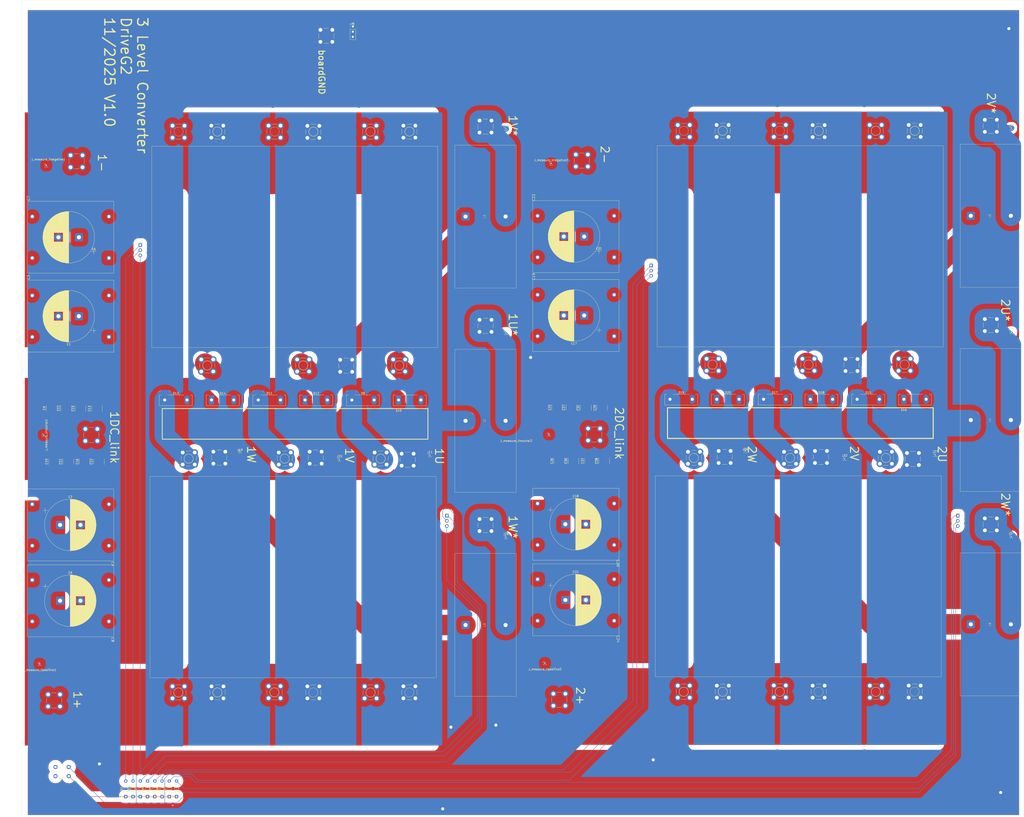
<source format=kicad_pcb>
(kicad_pcb (version 20241229) (generator "pcbnew") (generator_version "9.0")
  (layers (0 "F.Cu" signal) (2 "B.Cu" signal) (13 "F.Paste" user) (15 "B.Paste" user) (5 "F.SilkS" user "F.Silkscreen") (7 "B.SilkS" user "B.Silkscreen") (1 "F.Mask" user) (3 "B.Mask" user) (25 "Edge.Cuts" user))
  (net 0 "")
  (net 1 "Net-(D1-A)")
  (net 2 "/3L/Vn")
  (net 3 "Net-(J1-Pin_3)")
  (net 4 "/3L/Vneutral")
  (net 5 "/3L/Vp")
  (net 6 "Net-(D3-A)")
  (net 7 "Net-(D1-K)")
  (net 8 "Net-(D2-A)")
  (net 9 "Net-(D5-A)")
  (net 10 "Net-(D4-A)")
  (net 11 "Net-(D7-A)")
  (net 12 "Net-(D6-A)")
  (net 13 "Net-(D13-K)")
  (net 14 "Net-(D8-A)")
  (net 15 "Net-(D9-K)")
  (net 16 "Net-(D10-A)")
  (net 17 "Net-(D11-K)")
  (net 18 "Net-(D12-A)")
  (net 19 "Net-(D14-A)")
  (net 20 "/GND")
  (net 21 "/3L/U")
  (net 22 "Net-(J12-Pin_1)")
  (net 23 "/3L/V")
  (net 24 "Net-(J16-Pin_1)")
  (net 25 "/3L/W")
  (net 26 "Net-(J20-Pin_1)")
  (net 27 "/3L1/Vneutral")
  (net 28 "/3L1/Vn")
  (net 29 "/3L1/Vp")
  (net 30 "Net-(D15-K)")
  (net 31 "Net-(D16-A)")
  (net 32 "Net-(D17-K)")
  (net 33 "Net-(D18-A)")
  (net 34 "Net-(D19-K)")
  (net 35 "Net-(D20-A)")
  (net 36 "/3L1/U")
  (net 37 "Net-(J28-Pin_1)")
  (net 38 "/3L1/V")
  (net 39 "Net-(J33-Pin_1)")
  (net 40 "/3L1/W")
  (net 41 "Net-(J37-Pin_1)")
  (footprint "Capacitor_THT:CP_Radial_D25.0mm_P10.00mm_SnapIn" (layer "F.Cu") (at 115.75 374.1)
    (property "Reference" "C6")
    (property "Value" "C_Polarized")
  )
  (footprint "Connector_PinHeader_2.54mm:PinHeader_1x03_P2.54mm_Vertical" (layer "F.Cu") (at 305 332.46)
    (property "Reference" "J2")
    (property "Value" "Connector_PinHeader_1.00mm:PinHeader_1x03_P1.00mm_Vertical")
  )
  (footprint "Capacitor_SMD:C_2220_5750Metric_Pad1.97x5.40mm_HandSolder" (layer "F.Cu") (at 134.75 306 90)
    (property "Reference" "C12")
    (property "Value" "C")
  )
  (footprint "Connector_PinHeader_1.00mm:PinHeader_1x01_P1.00mm_Vertical" (layer "F.Cu") (at 203.75 301)
    (property "Reference" "J19")
    (property "Value" "Conn_01x01_Pin")
  )
  (footprint "PowerComponentLibrary:Wuerth_REDCUBE-THR_WP-THRSH_74651175_THR" (layer "F.Cu") (at 377.065 292.713461)
    (property "Reference" "J24" (hide yes))
    (property "Value" "Conn_01x01_Pin" (hide yes))
  )
  (footprint "Package_TO_SOT_THT:TO-247-2_Vertical" (layer "F.Cu") (at 189.84 275.815)
    (property "Reference" "D14")
    (property "Value" "BYV79-100")
  )
  (footprint "PowerComponentLibrary:Wuerth_REDCUBE-THR_WP-THRSH_74651175_THR" (layer "F.Cu") (at 533.065 304.713461)
    (property "Reference" "J26" (hide yes))
    (property "Value" "Conn_01x01_Pin" (hide yes))
  )
  (footprint "Package_TO_SOT_THT:TO-247-2_Vertical" (layer "F.Cu") (at 166.95 275.815)
    (property "Reference" "D13")
    (property "Value" "BYV79-100")
  )
  (footprint "PowerComponentLibrary:Wuerth_REDCUBE-THR_WP-THRSH_74651175_THR" (layer "F.Cu") (at 571.185 336.713461)
    (property "Reference" "J38" (hide yes))
    (property "Value" "Conn_01x01_Pin" (hide yes))
  )
  (footprint "Connector_PinHeader_1.00mm:PinHeader_1x01_P1.00mm_Vertical" (layer "F.Cu") (at 356 160)
    (property "Reference" "J_measure_Vnegative2")
    (property "Value" "Conn_01x01_Pin")
  )
  (footprint "Package_TO_SOT_THT:TO-247-2_Vertical" (layer "F.Cu") (at 528.65 275.463461)
    (property "Reference" "D16")
    (property "Value" "BYV79-100")
  )
  (footprint "PowerComponentLibrary:Wuerth_REDCUBE-THR_WP-THRSH_74651175_THR" (layer "F.Cu") (at 255.75 259.065)
    (property "Reference" "J22" (hide yes))
    (property "Value" "Conn_01x01_Pin" (hide yes))
  )
  (footprint "Capacitor_THT:CP_Radial_D25.0mm_P10.00mm_SnapIn" (layer "F.Cu") (at 115.75 337)
    (property "Reference" "C2")
    (property "Value" "C_Polarized")
  )
  (footprint "PowerPCB:Inductor" (layer "F.Cu") (at 323.95 186 90)
    (property "Reference" "L2")
    (property "Value" "L")
  )
  (footprint "Capacitor_SMD:C_2220_5750Metric_Pad1.97x5.40mm_HandSolder" (layer "F.Cu") (at 111.6675 279.83 90)
    (property "Reference" "C9")
    (property "Value" "C")
  )
  (footprint "PowerComponentLibrary:C_Wurth_WCAP-FTDB-L42W35H50" (layer "F.Cu") (at 139.644629 206.3 180)
    (property "Reference" "C7")
    (property "Value" "C_Polarized" (hide yes))
  )
  (footprint "Connector_PinHeader_1.00mm:PinHeader_1x01_P1.00mm_Vertical" (layer "F.Cu") (at 451 300.648461)
    (property "Reference" "J36")
    (property "Value" "Conn_01x01_Pin")
  )
  (footprint "PowerComponentLibrary:Wuerth_REDCUBE-THR_WP-THRSH_74651175_THR" (layer "F.Cu") (at 285.815 305.065)
    (property "Reference" "J10" (hide yes))
    (property "Value" "Conn_01x01_Pin" (hide yes))
  )
  (footprint "Connector_PinHeader_1.00mm:PinHeader_1x01_P1.00mm_Vertical" (layer "F.Cu") (at 333.93 243)
    (property "Reference" "J12")
    (property "Value" "Conn_01x01_Pin")
  )
  (footprint "Connector_PinHeader_2.54mm:PinHeader_1x03_P2.54mm_Vertical" (layer "F.Cu") (at 555 332.46)
    (property "Reference" "J4")
    (property "Value" "Conn_01x03_Pin")
  )
  (footprint "Package_TO_SOT_THT:TO-247-2_Vertical" (layer "F.Cu") (at 258.51 275.815)
    (property "Reference" "D9")
    (property "Value" "BYV79-100")
  )
  (footprint "PowerPCB:DriveG2Screw" (layer "F.Cu") (at 493.5 402.418461 180)
    (property "Reference" "U4" (hide yes))
    (property "Value" "~" (hide yes))
  )
  (footprint "PowerPCB:Inductor" (layer "F.Cu") (at 323.95 286 90)
    (property "Reference" "L1")
    (property "Value" "L")
  )
  (footprint "Package_TO_SOT_THT:TO-247-2_Vertical" (layer "F.Cu") (at 437.09 275.463461)
    (property "Reference" "D20")
    (property "Value" "BYV79-100")
  )
  (footprint "Connector_PinHeader_2.54mm:PinHeader_1x03_P2.54mm_Vertical" (layer "F.Cu") (at 405 209.92)
    (property "Reference" "J3")
    (property "Value" "Conn_01x03_Pin")
  )
  (footprint "Connector_PinHeader_1.00mm:PinHeader_1x01_P1.00mm_Vertical" (layer "F.Cu") (at 581.18 242.648461)
    (property "Reference" "J28")
    (property "Value" "Conn_01x01_Pin")
  )
  (footprint "Connector_PinHeader_1.00mm:PinHeader_1x01_P1.00mm_Vertical" (layer "F.Cu") (at 296.75 303)
    (property "Reference" "J11")
    (property "Value" "Conn_01x01_Pin")
  )
  (footprint "Connector_PinHeader_1.00mm:PinHeader_1x01_P1.00mm_Vertical" (layer "F.Cu") (at 355 292.648461)
    (property "Reference" "J_measure_Vneutral2")
    (property "Value" "Conn_01x01_Pin")
  )
  (footprint "Capacitor_SMD:C_2220_5750Metric_Pad1.97x5.40mm_HandSolder" (layer "F.Cu") (at 381 279.648461 90)
    (property "Reference" "C29")
    (property "Value" "C")
  )
  (footprint "PowerComponentLibrary:C_Wurth_WCAP-FTDB-L42W35H50" (layer "F.Cu") (at 386.894629 244.598461 180)
    (property "Reference" "C19")
    (property "Value" "C_Polarized" (hide yes))
  )
  (footprint "Capacitor_SMD:C_2220_5750Metric_Pad1.97x5.40mm_HandSolder" (layer "F.Cu") (at 125.75 280 90)
    (property "Reference" "C15")
    (property "Value" "C")
  )
  (footprint "PowerComponentLibrary:Wuerth_REDCUBE-THR_WP-THRSH_74651175_THR" (layer "F.Cu") (at 323.935 141.935)
    (property "Reference" "J17" (hide yes))
    (property "Value" "Conn_01x01_Pin" (hide yes))
  )
  (footprint "Diode_THT:D_DO-35_SOD27_P7.62mm_Horizontal" (layer "F.Cu") (at 162.1 470 90)
    (property "Reference" "D5")
    (property "Value" "1N914")
  )
  (footprint "Connector_PinHeader_1.00mm:PinHeader_1x01_P1.00mm_Vertical" (layer "F.Cu") (at 581.18 342.648461)
    (property "Reference" "J37")
    (property "Value" "Conn_01x01_Pin")
  )
  (footprint "PowerComponentLibrary:Wuerth_REDCUBE-THR_WP-THRSH_74651175_THR" (layer "F.Cu") (at 131.065 292.935)
    (property "Reference" "J8" (hide yes))
    (property "Value" "Conn_01x01_Pin" (hide yes))
  )
  (footprint "Capacitor_SMD:C_2220_5750Metric_Pad1.97x5.40mm_HandSolder" (layer "F.Cu") (at 375 305.648461 90)
    (property "Reference" "C32")
    (property "Value" "C")
  )
  (footprint "Package_TO_SOT_THT:TO-247-2_Vertical" (layer "F.Cu") (at 505.76 275.463461)
    (property "Reference" "D15")
    (property "Value" "BYV79-100")
  )
  (footprint "Capacitor_SMD:C_2220_5750Metric_Pad1.97x5.40mm_HandSolder" (layer "F.Cu") (at 382 305.648461 90)
    (property "Reference" "C28")
    (property "Value" "C")
  )
  (footprint "PowerPCB:Inductor" (layer "F.Cu") (at 571.2 185.648461 90)
    (property "Reference" "L5")
    (property "Value" "L")
  )
  (footprint "Package_TO_SOT_THT:TO-247-2_Vertical" (layer "F.Cu") (at 414.2 275.463461)
    (property "Reference" "D19")
    (property "Value" "BYV79-100")
  )
  (footprint "Diode_THT:D_DO-35_SOD27_P7.62mm_Horizontal" (layer "F.Cu") (at 172.75 470 90)
    (property "Reference" "D8")
    (property "Value" "1N914")
  )
  (footprint "Capacitor_SMD:C_2220_5750Metric_Pad1.97x5.40mm_HandSolder" (layer "F.Cu") (at 367 305.648461 90)
    (property "Reference" "C30")
    (property "Value" "C")
  )
  (footprint "Diode_THT:D_DO-35_SOD27_P7.62mm_Horizontal" (layer "F.Cu") (at 169.2 470 90)
    (property "Reference" "D7")
    (property "Value" "1N914")
  )
  (footprint "PowerComponentLibrary:C_Wurth_WCAP-FTDB-L42W35H50" (layer "F.Cu") (at 349.394629 326.498461)
    (property "Reference" "C20")
    (property "Value" "C_Polarized" (hide yes))
  )
  (footprint "Diode_THT:D_DO-35_SOD27_P7.62mm_Horizontal" (layer "F.Cu") (at 155 470 90)
    (property "Reference" "D3")
    (property "Value" "1N914")
  )
  (footprint "Package_TO_SOT_THT:TO-247-2_Vertical" (layer "F.Cu") (at 281.4 275.815)
    (property "Reference" "D10")
    (property "Value" "BYV79-100")
  )
  (footprint "Connector_PinHeader_2.54mm:PinHeader_1x03_P2.54mm_Vertical" (layer "F.Cu") (at 259 92.92)
    (property "Reference" "J6")
    (property "Value" "Conn_01x03_Pin")
  )
  (footprint "PowerComponentLibrary:Wuerth_REDCUBE-THR_WP-THRSH_74651175_THR" (layer "F.Cu") (at 323.935 239.5)
    (property "Reference" "J13" (hide yes))
    (property "Value" "Conn_01x01_Pin" (hide yes))
  )
  (footprint "Capacitor_THT:CP_Radial_D25.0mm_P10.00mm_SnapIn" (layer "F.Cu") (at 372.210741 234.448461 180)
    (property "Reference" "C17")
    (property "Value" "C_Polarized")
  )
  (footprint "Package_TO_SOT_THT:TO-247-2_Vertical" (layer "F.Cu") (at 482.87 275.463461)
    (property "Reference" "D18")
    (property "Value" "BYV79-100")
  )
  (footprint "Capacitor_THT:CP_Radial_D25.0mm_P10.00mm_SnapIn" (layer "F.Cu") (at 363 336.648461)
    (property "Reference" "C18")
    (property "Value" "C_Polarized")
  )
  (footprint "PowerComponentLibrary:C_Wurth_WCAP-FTDB-L42W35H50" (layer "F.Cu") (at 349.394629 363.598461)
    (property "Reference" "C24")
    (property "Value" "C_Polarized" (hide yes))
  )
  (footprint "Connector_PinHeader_1.00mm:PinHeader_1x01_P1.00mm_Vertical" (layer "F.Cu") (at 333.93 343)
    (property "Reference" "J20")
    (property "Value" "Conn_01x01_Pin")
  )
  (footprint "PowerComponentLibrary:Wuerth_REDCUBE-THR_WP-THRSH_74651175_THR" (layer "F.Cu") (at 123.815 158.935)
    (property "Reference" "J7" (hide yes))
    (property "Value" "Conn_01x01_Pin" (hide yes))
  )
  (footprint "Capacitor_SMD:C_2220_5750Metric_Pad1.97x5.40mm_HandSolder" (layer "F.Cu") (at 133.75 280 90)
    (property "Reference" "C13")
    (property "Value" "C")
  )
  (footprint "PowerComponentLibrary:Wuerth_REDCUBE-THR_WP-THRSH_74651175_THR" (layer "F.Cu") (at 488.065 303.713461)
    (property "Reference" "J31" (hide yes))
    (property "Value" "Conn_01x01_Pin" (hide yes))
  )
  (footprint "Capacitor_SMD:C_2220_5750Metric_Pad1.97x5.40mm_HandSolder" (layer "F.Cu") (at 127.75 306 90)
    (property "Reference" "C16")
    (property "Value" "C")
  )
  (footprint "Package_TO_SOT_THT:TO-247-2_Vertical" (layer "F.Cu") (at 212.73 275.815)
    (property "Reference" "D11")
    (property "Value" "BYV79-100")
  )
  (footprint "Capacitor_SMD:C_2220_5750Metric_Pad1.97x5.40mm_HandSolder" (layer "F.Cu") (at 358.9175 279.478461 90)
    (property "Reference" "C25")
    (property "Value" "C")
  )
  (footprint "PowerComponentLibrary:Wuerth_REDCUBE-THR_WP-THRSH_74651175_THR" (layer "F.Cu") (at 240.815 304.065)
    (property "Reference" "J14" (hide yes))
    (property "Value" "Conn_01x01_Pin" (hide yes))
  )
  (footprint "Capacitor_SMD:C_2220_5750Metric_Pad1.97x5.40mm_HandSolder" (layer "F.Cu") (at 119.75 306 90)
    (property "Reference" "C14")
    (property "Value" "C")
  )
  (footprint "PowerComponentLibrary:C_Wurth_WCAP-FTDB-L42W35H50" (layer "F.Cu") (at 102.144629 326.85)
    (property "Reference" "C4")
    (property "Value" "C_Polarized" (hide yes))
  )
  (footprint "Capacitor_SMD:C_2220_5750Metric_Pad1.97x5.40mm_HandSolder" (layer "F.Cu") (at 118.75 279.83 90)
    (property "Reference" "C11")
    (property "Value" "C")
  )
  (footprint "Diode_THT:D_DO-35_SOD27_P7.62mm_Horizontal" (layer "F.Cu") (at 158.55 470 90)
    (property "Reference" "D4")
    (property "Value" "1N914")
  )
  (footprint "Connector_PinHeader_1.00mm:PinHeader_1x01_P1.00mm_Vertical" (layer "F.Cu") (at 109 161)
    (property "Reference" "J_measure_Vnegative1")
    (property "Value" "Conn_01x01_Pin")
  )
  (footprint "PowerComponentLibrary:C_Wurth_WCAP-FTDB-L42W35H50" (layer "F.Cu") (at 386.894629 205.948461 180)
    (property "Reference" "C23")
    (property "Value" "C_Polarized" (hide yes))
  )
  (footprint "Connector_PinHeader_1.00mm:PinHeader_1x01_P1.00mm_Vertical" (layer "F.Cu") (at 107.75 293)
    (property "Reference" "J_measure_Vneutral1")
    (property "Value" "Conn_01x01_Pin")
  )
  (footprint "PowerComponentLibrary:C_Wurth_WCAP-FTDB-L42W35H50" (layer "F.Cu") (at 102.144629 363.95)
    (property "Reference" "C8")
    (property "Value" "C_Polarized" (hide yes))
  )
  (footprint "Diode_THT:D_DO-35_SOD27_P7.62mm_Horizontal" (layer "F.Cu") (at 151.45 470 90)
    (property "Reference" "D2")
    (property "Value" "1N914")
  )
  (footprint "Package_TO_SOT_THT:TO-247-2_Vertical" (layer "F.Cu") (at 459.98 275.463461)
    (property "Reference" "D17")
    (property "Value" "BYV79-100")
  )
  (footprint "Capacitor_THT:CP_Radial_D25.0mm_P10.00mm_SnapIn" (layer "F.Cu") (at 363 373.748461)
    (property "Reference" "C22")
    (property "Value" "C_Polarized")
  )
  (footprint "PowerComponentLibrary:Wuerth_REDCUBE-THR_WP-THRSH_74651175_THR" (layer "F.Cu") (at 246.065 97.525)
    (property "Reference" "J5" (hide yes))
    (property "Value" "Conn_01x01_Pin" (hide yes))
  )
  (footprint "Capacitor_SMD:C_2220_5750Metric_Pad1.97x5.40mm_HandSolder" (layer "F.Cu") (at 366 279.478461 90)
    (property "Reference" "C27")
    (property "Value" "C")
  )
  (footprint "Capacitor_SMD:C_2220_5750Metric_Pad1.97x5.40mm_HandSolder" (layer "F.Cu") (at 112.75 306 90)
    (property "Reference" "C10")
    (property "Value" "C")
  )
  (footprint "PowerComponentLibrary:Wuerth_REDCUBE-THR_WP-THRSH_74651175_THR" (layer "F.Cu") (at 371.065 158.583461)
    (property "Reference" "J23" (hide yes))
    (property "Value" "Conn_01x01_Pin" (hide yes))
  )
  (footprint "PowerComponentLibrary:Wuerth_REDCUBE-THR_WP-THRSH_74651175_THR" (layer "F.Cu") (at 503 258.713461)
    (property "Reference" "J30" (hide yes))
    (property "Value" "Conn_01x01_Pin" (hide yes))
  )
  (footprint "Capacitor_THT:CP_Radial_D25.0mm_P10.00mm_SnapIn" (layer "F.Cu") (at 372.210741 195.798461 180)
    (property "Reference" "C21")
    (property "Value" "C_Polarized")
  )
  (footprint "PowerComponentLibrary:Wuerth_REDCUBE-THR_WP-THRSH_74651175_THR" (layer "F.Cu") (at 112.815 422.935)
    (property "Reference" "J9" (hide yes))
    (property "Value" "Conn_01x01_Pin" (hide yes))
  )
  (footprint "Connector_PinHeader_1.00mm:PinHeader_1x01_P1.00mm_Vertical" (layer "F.Cu") (at 581.18 142.648461)
    (property "Reference" "J33")
    (property "Value" "Conn_01x01_Pin")
  )
  (footprint "Capacitor_THT:CP_Radial_D25.0mm_P10.00mm_SnapIn" (layer "F.Cu") (at 124.960741 234.8 180)
    (property "Reference" "C1")
    (property "Value" "C_Polarized")
  )
  (footprint "PowerComponentLibrary:Wuerth_REDCUBE-THR_WP-THRSH_74651175_THR" (layer "F.Cu") (at 440.935 303.713461)
    (property "Reference" "J35" (hide yes))
    (property "Value" "Conn_01x01_Pin" (hide yes))
  )
  (footprint "PowerPCB:DriveG2Screw" (layer "F.Cu") (at 246.25 402.77 180)
    (property "Reference" "U2" (hide yes))
    (property "Value" "~" (hide yes))
  )
  (footprint "Diode_THT:D_DO-35_SOD27_P7.62mm_Horizontal" (layer "F.Cu") (at 165.65 470 90)
    (property "Reference" "D6")
    (property "Value" "1N914")
  )
  (footprint "PowerComponentLibrary:Wuerth_REDCUBE-THR_WP-THRSH_74651175_THR" (layer "F.Cu") (at 193.685 304.065)
    (property "Reference" "J18" (hide yes))
    (property "Value" "Conn_01x01_Pin" (hide yes))
  )
  (footprint "Connector_PinHeader_1.00mm:PinHeader_1x01_P1.00mm_Vertical" (layer "F.Cu") (at 353 404.648461)
    (property "Reference" "J_measure_Vpositive2")
    (property "Value" "Conn_01x01_Pin")
  )
  (footprint "PowerComponentLibrary:Wuerth_REDCUBE-THR_WP-THRSH_74651175_THR" (layer "F.Cu") (at 571.185 141.583461)
    (property "Reference" "J34" (hide yes))
    (property "Value" "Conn_01x01_Pin" (hide yes))
  )
  (footprint "PowerComponentLibrary:Wuerth_REDCUBE-THR_WP-THRSH_74651175_THR" (layer "F.Cu") (at 571.185 239.148461)
    (property "Reference" "J29" (hide yes))
    (property "Value" "Conn_01x01_Pin" (hide yes))
  )
  (footprint "PowerPCB:DriveG2Screw" (layer "F.Cu") (at 214.125 160.635)
    (property "Reference" "U1" (hide yes))
    (property "Value" "~" (hide yes))
  )
  (footprint "Connector_PinHeader_1.00mm:PinHeader_1x01_P1.00mm_Vertical" (layer "F.Cu") (at 105.75 405)
    (property "Reference" "J_measure_Vpositive1")
    (property "Value" "Conn_01x01_Pin")
  )
  (footprint "Connector_PinHeader_1.00mm:PinHeader_1x01_P1.00mm_Vertical" (layer "F.Cu") (at 544 302.648461)
    (property "Reference" "J27")
    (property "Value" "Conn_01x01_Pin")
  )
  (footprint "PowerComponentLibrary:Wuerth_REDCUBE-THR_WP-THRSH_74651175_THR" (layer "F.Cu") (at 360.065 422.583461)
    (property "Reference" "J25" (hide yes))
    (property "Value" "Conn_01x01_Pin" (hide yes))
  )
  (footprint "Diode_THT:D_DO-35_SOD27_P7.62mm_Horizontal" (layer "F.Cu") (at 147.9 470 90)
    (property "Reference" "D1")
    (property "Value" "1N914")
  )
  (footprint "Capacitor_THT:CP_Radial_D25.0mm_P10.00mm_SnapIn" (layer "F.Cu") (at 124.960741 196.15 180)
    (property "Reference" "C5")
    (property "Value" "C_Polarized")
  )
  (footprint "Connector_PinHeader_2.54mm:PinHeader_1x03_P2.54mm_Vertical" (layer "F.Cu") (at 155 199.92)
    (property "Reference" "J1")
    (property "Value" "Conn_01x03_Pin")
  )
  (footprint "Capacitor_SMD:C_2220_5750Metric_Pad1.97x5.40mm_HandSolder" (layer "F.Cu") (at 373 279.648461 90)
    (property "Reference" "C31")
    (property "Value" "C")
  )
  (footprint "PowerPCB:Inductor" (layer "F.Cu") (at 323.95 386 90)
    (property "Reference" "L3")
    (property "Value" "L")
  )
  (footprint "Button_Switch_THT:SW_PUSH_6mm" (layer "F.Cu") (at 120 460 180)
    (property "Reference" "SW1")
    (property "Value" "SW_Push")
  )
  (footprint "Capacitor_SMD:C_2220_5750Metric_Pad1.97x5.40mm_HandSolder" (layer "F.Cu") (at 360 305.648461 90)
    (property "Reference" "C26")
    (property "Value" "C")
  )
  (footprint "Connector_PinHeader_1.00mm:PinHeader_1x01_P1.00mm_Vertical" (layer "F.Cu") (at 333.93 143)
    (property "Reference" "J16")
    (property "Value" "Conn_01x01_Pin")
  )
  (footprint "PowerPCB:DriveG2Screw" (layer "F.Cu") (at 461.375 160.283461)
    (property "Reference" "U3" (hide yes))
    (property "Value" "~" (hide yes))
  )
  (footprint "PowerComponentLibrary:C_Wurth_WCAP-FTDB-L42W35H50" (layer "F.Cu") (at 139.644629 244.95 180)
    (property "Reference" "C3")
    (property "Value" "C_Polarized" (hide yes))
  )
  (footprint "Connector_PinHeader_1.00mm:PinHeader_1x01_P1.00mm_Vertical" (layer "F.Cu") (at 252.42 305)
    (property "Reference" "J15")
    (property "Value" "Conn_01x01_Pin")
  )
  (footprint "PowerPCB:Inductor" (layer "F.Cu") (at 571.2 385.648461 90)
    (property "Reference" "L6")
    (property "Value" "L")
  )
  (footprint "Connector_PinHeader_1.00mm:PinHeader_1x01_P1.00mm_Vertical" (layer "F.Cu") (at 499.67 304.648461)
    (property "Reference" "J32")
    (property "Value" "Conn_01x01_Pin")
  )
  (footprint "Package_TO_SOT_THT:TO-247-2_Vertical" (layer "F.Cu") (at 235.62 275.815)
    (property "Reference" "D12")
    (property "Value" "BYV79-100")
  )
  (footprint "PowerComponentLibrary:Wuerth_REDCUBE-THR_WP-THRSH_74651175_THR" (layer "F.Cu") (at 323.935 337.065)
    (property "Reference" "J21" (hide yes))
    (property "Value" "Conn_01x01_Pin" (hide yes))
  )
  (footprint "PowerPCB:Inductor" (layer "F.Cu") (at 571.2 285.648461 90)
    (property "Reference" "L4")
    (property "Value" "L")
  )
  (gr_rect (start 413 279.648461) (end 543 294.648461) (stroke (width 0.4)) (fill no) (layer "F.SilkS"))
  (gr_rect (start 165.75 280) (end 295.75 295) (stroke (width 0.4)) (fill no) (layer "F.SilkS"))
  (gr_rect (start 413 279.648461) (end 543 294.648461) (stroke (width 0.4)) (fill no) (layer "F.SilkS"))
  (gr_rect (start 97 80) (end 587 480) (stroke (width 0.05)) (fill no) (layer "Edge.Cuts"))
  (gr_text "1+" (at 122 418 270) (layer "F.SilkS") (effects (font (size 4 4) (thickness 0.5)) (justify left bottom)))
  (gr_text "boardGND" (at 242 104 270) (layer "F.SilkS") (effects (font (size 3 3) (thickness 0.5)) (justify left bottom)))
  (gr_text "1W*" (at 335 332 270) (layer "F.SilkS") (effects (font (size 4 4) (thickness 0.5)) (justify left bottom)))
  (gr_text "1U*" (at 335 233 270) (layer "F.SilkS") (effects (font (size 4 4) (thickness 0.5)) (justify left bottom)))
  (gr_text "3 Level Converter \nDriveG2 \n11/2025 V1.0" (at 137 88 270) (layer "F.SilkS") (effects (font (size 5 5) (thickness 0.625)) (justify left bottom)))
  (gr_text "2V\n" (at 502 298 270) (layer "F.SilkS") (effects (font (size 4 4) (thickness 0.5)) (justify left bottom)))
  (gr_text "1DC_link" (at 140 281 270) (layer "F.SilkS") (effects (font (size 4 4) (thickness 0.5)) (justify left bottom)))
  (gr_text "2DC_link\n" (at 387 279 270) (layer "F.SilkS") (effects (font (size 4 4) (thickness 0.5)) (justify left bottom)))
  (gr_text "2U" (at 545 298 270) (layer "F.SilkS") (effects (font (size 4 4) (thickness 0.5)) (justify left bottom)))
  (gr_text "2W*\n" (at 576 321 270) (layer "F.SilkS") (effects (font (size 4 4) (thickness 0.5)) (justify left bottom)))
  (gr_text "1W" (at 207 298 270) (layer "F.SilkS") (effects (font (size 4 4) (thickness 0.5)) (justify left bottom)))
  (gr_text "2+" (at 368 416 270) (layer "F.SilkS") (effects (font (size 4 4) (thickness 0.5)) (justify left bottom)))
  (gr_text "1V*\n" (at 335 136 270) (layer "F.SilkS") (effects (font (size 4 4) (thickness 0.5)) (justify left bottom)))
  (gr_text "2-" (at 380 151 270) (layer "F.SilkS") (effects (font (size 4 4) (thickness 0.5)) (justify left bottom)))
  (gr_text "2U*" (at 576 226 270) (layer "F.SilkS") (effects (font (size 4 4) (thickness 0.5)) (justify left bottom)))
  (gr_text "1U" (at 299 299 270) (layer "F.SilkS") (effects (font (size 4 4) (thickness 0.5)) (justify left bottom)))
  (gr_text "1-" (at 134 155 270) (layer "F.SilkS") (effects (font (size 4 4) (thickness 0.5)) (justify left bottom)))
  (gr_text "2V*\n" (at 569 125 270) (layer "F.SilkS") (effects (font (size 4 4) (thickness 0.5)) (justify left bottom)))
  (gr_text "2W" (at 452 298 270) (layer "F.SilkS") (effects (font (size 4 4) (thickness 0.5)) (justify left bottom)))
  (gr_text "1V" (at 255 299 270) (layer "F.SilkS") (effects (font (size 4 4) (thickness 0.5)) (justify left bottom)))
  (segment (start 147.9 462.38) (end 147.9 207.02) (width 0.2) (layer "B.Cu") (net 1))
  (segment (start 147.9 207.02) (end 155 199.92) (width 0.2) (layer "B.Cu") (net 1))
  (segment (start 108.75 274.275) (end 108.75 248) (width 5) (layer "F.Cu") (net 2))
  (segment (start 111.8375 277.3625) (end 111.6675 277.1925) (width 5) (layer "F.Cu") (net 2))
  (segment (start 111.6675 277.1925) (end 108.75 274.275) (width 5) (layer "F.Cu") (net 2))
  (segment (start 133.75 277.3625) (end 111.8375 277.3625) (width 5) (layer "F.Cu") (net 2))
  (segment (start 305 337.54) (end 305 364) (width 0.2) (layer "B.Cu") (net 3))
  (segment (start 305 364) (end 320 379) (width 0.2) (layer "B.Cu") (net 3))
  (segment (start 320 431) (end 303 448) (width 0.2) (layer "B.Cu") (net 3))
  (segment (start 167 461) (end 167 473) (width 0.2) (layer "B.Cu") (net 3))
  (segment (start 153 473) (end 137.5 473) (width 0.2) (layer "B.Cu") (net 3))
  (segment (start 365 462) (end 183 462) (width 0.2) (layer "B.Cu") (net 3))
  (segment (start 176 470) (end 173 473) (width 0.2) (layer "B.Cu") (net 3))
  (segment (start 155 458) (end 153 460) (width 0.2) (layer "B.Cu") (net 3))
  (segment (start 401 219) (end 401 426) (width 0.2) (layer "B.Cu") (net 3))
  (segment (start 536 468) (end 176 468) (width 0.2) (layer "B.Cu") (net 3))
  (segment (start 173 473) (end 167 473) (width 0.2) (layer "B.Cu") (net 3))
  (segment (start 155 205) (end 155 458) (width 0.2) (layer "B.Cu") (net 3))
  (segment (start 137.5 473) (end 120 455.5) (width 0.2) (layer "B.Cu") (net 3))
  (segment (start 303 448) (end 165 448) (width 0.2) (layer "B.Cu") (net 3))
  (segment (start 555 337.54) (end 554 338.54) (width 0.2) (layer "B.Cu") (net 3))
  (segment (start 176 468) (end 176 470) (width 0.2) (layer "B.Cu") (net 3))
  (segment (start 153 460) (end 153 473) (width 0.2) (layer "B.Cu") (net 3))
  (segment (start 167 473) (end 153 473) (width 0.2) (layer "B.Cu") (net 3))
  (segment (start 405 215) (end 401 219) (width 0.2) (layer "B.Cu") (net 3))
  (segment (start 554 338.54) (end 554 450) (width 0.2) (layer "B.Cu") (net 3))
  (segment (start 165 448) (end 155 458) (width 0.2) (layer "B.Cu") (net 3))
  (segment (start 180 459) (end 169 459) (width 0.2) (layer "B.Cu") (net 3))
  (segment (start 320 379) (end 320 431) (width 0.2) (layer "B.Cu") (net 3))
  (segment (start 554 450) (end 536 468) (width 0.2) (layer "B.Cu") (net 3))
  (segment (start 169 459) (end 167 461) (width 0.2) (layer "B.Cu") (net 3))
  (segment (start 183 462) (end 180 459) (width 0.2) (layer "B.Cu") (net 3))
  (segment (start 401 426) (end 365 462) (width 0.2) (layer "B.Cu") (net 3))
  (segment (start 112.75 308.6375) (end 107.75 313.6375) (width 5) (layer "F.Cu") (net 5))
  (segment (start 107.75 313.6375) (end 107.75 327) (width 5) (layer "F.Cu") (net 5))
  (segment (start 134.75 308.6375) (end 112.75 308.6375) (width 5) (layer "F.Cu") (net 5))
  (segment (start 321 378) (end 309 366) (width 0.2) (layer "B.Cu") (net 6))
  (segment (start 309 336) (end 305.46 332.46) (width 0.2) (layer "B.Cu") (net 6))
  (segment (start 305.46 332.46) (end 305 332.46) (width 0.2) (layer "B.Cu") (net 6))
  (segment (start 167.38 450) (end 304 450) (width 0.2) (layer "B.Cu") (net 6))
  (segment (start 309 366) (end 309 336) (width 0.2) (layer "B.Cu") (net 6))
  (segment (start 304 450) (end 321 433) (width 0.2) (layer "B.Cu") (net 6))
  (segment (start 155 462.38) (end 167.38 450) (width 0.2) (layer "B.Cu") (net 6))
  (segment (start 321 433) (end 321 378) (width 0.2) (layer "B.Cu") (net 6))
  (segment (start 130 470) (end 147.9 470) (width 0.2) (layer "F.Cu") (net 7))
  (segment (start 120 460) (end 130 470) (width 0.2) (layer "F.Cu") (net 7))
  (segment (start 172.75 470) (end 147.9 470) (width 0.2) (layer "F.Cu") (net 7))
  (segment (start 151.45 206.01) (end 151.45 462.38) (width 0.2) (layer "B.Cu") (net 8))
  (segment (start 155 202.46) (end 151.45 206.01) (width 0.2) (layer "B.Cu") (net 8))
  (segment (start 396 423) (end 396 218.92) (width 0.2) (layer "B.Cu") (net 9))
  (segment (start 162.1 462.38) (end 167.48 457) (width 0.2) (layer "B.Cu") (net 9))
  (segment (start 362 457) (end 396 423) (width 0.2) (layer "B.Cu") (net 9))
  (segment (start 396 218.92) (end 405 209.92) (width 0.2) (layer "B.Cu") (net 9))
  (segment (start 167.48 457) (end 362 457) (width 0.2) (layer "B.Cu") (net 9))
  (segment (start 305 335) (end 303 333) (width 0.2) (layer "B.Cu") (net 10))
  (segment (start 303 330) (end 304 329) (width 0.2) (layer "B.Cu") (net 10))
  (segment (start 322 377) (end 322 436) (width 0.2) (layer "B.Cu") (net 10))
  (segment (start 306 329) (end 310 333) (width 0.2) (layer "B.Cu") (net 10))
  (segment (start 322 436) (end 305 453) (width 0.2) (layer "B.Cu") (net 10))
  (segment (start 310 333) (end 310 365) (width 0.2) (layer "B.Cu") (net 10))
  (segment (start 304 329) (end 306 329) (width 0.2) (layer "B.Cu") (net 10))
  (segment (start 305 453) (end 167.93 453) (width 0.2) (layer "B.Cu") (net 10))
  (segment (start 310 365) (end 322 377) (width 0.2) (layer "B.Cu") (net 10))
  (segment (start 303 333) (end 303 330) (width 0.2) (layer "B.Cu") (net 10))
  (segment (start 167.93 453) (end 158.55 462.38) (width 0.2) (layer "B.Cu") (net 10))
  (segment (start 182 463) (end 536 463) (width 0.2) (layer "B.Cu") (net 11))
  (segment (start 552 447) (end 552 334) (width 0.2) (layer "B.Cu") (net 11))
  (segment (start 171.58 460) (end 179 460) (width 0.2) (layer "B.Cu") (net 11))
  (segment (start 553.54 332.46) (end 555 332.46) (width 0.2) (layer "B.Cu") (net 11))
  (segment (start 536 463) (end 552 447) (width 0.2) (layer "B.Cu") (net 11))
  (segment (start 169.2 462.38) (end 171.58 460) (width 0.2) (layer "B.Cu") (net 11))
  (segment (start 179 460) (end 182 463) (width 0.2) (layer "B.Cu") (net 11))
  (segment (start 552 334) (end 553.54 332.46) (width 0.2) (layer "B.Cu") (net 11))
  (segment (start 398 219.46) (end 398 425.601) (width 0.2) (layer "B.Cu") (net 12))
  (segment (start 398 425.601) (end 365.601 458) (width 0.2) (layer "B.Cu") (net 12))
  (segment (start 168.401 458) (end 165.65 460.751) (width 0.2) (layer "B.Cu") (net 12))
  (segment (start 165.65 460.751) (end 165.65 462.38) (width 0.2) (layer "B.Cu") (net 12))
  (segment (start 405 212.46) (end 398 219.46) (width 0.2) (layer "B.Cu") (net 12))
  (segment (start 365.601 458) (end 168.401 458) (width 0.2) (layer "B.Cu") (net 12))
  (segment (start 166.95 293.2) (end 178.75 305) (width 10) (layer "B.Cu") (net 13))
  (segment (start 166.95 275.815) (end 166.95 293.2) (width 10) (layer "B.Cu") (net 13))
  (segment (start 176.37 466) (end 172.75 462.38) (width 0.2) (layer "B.Cu") (net 14))
  (segment (start 553 449) (end 536 466) (width 0.2) (layer "B.Cu") (net 14))
  (segment (start 536 466) (end 176.37 466) (width 0.2) (layer "B.Cu") (net 14))
  (segment (start 553 337) (end 553 449) (width 0.2) (layer "B.Cu") (net 14))
  (segment (start 555 335) (end 553 337) (width 0.2) (layer "B.Cu") (net 14))
  (segment (start 258.51 289.76) (end 273.75 305) (width 10) (layer "B.Cu") (net 15))
  (segment (start 258.51 275.815) (end 258.51 289.76) (width 10) (layer "B.Cu") (net 15))
  (segment (start 292.3 275.815) (end 292.3 270.55) (width 10) (layer "F.Cu") (net 16))
  (segment (start 280.75 259) (end 280.75 257) (width 10) (layer "F.Cu") (net 16))
  (segment (start 292.3 270.55) (end 280.75 259) (width 10) (layer "F.Cu") (net 16))
  (segment (start 212.73 275.815) (end 212.73 291.98) (width 10) (layer "B.Cu") (net 17))
  (segment (start 225.75 305) (end 225.16 305) (width 10) (layer "B.Cu") (net 17))
  (segment (start 212.73 291.98) (end 225.75 305) (width 10) (layer "B.Cu") (net 17))
  (segment (start 246.52 270.77) (end 233.75 258) (width 10) (layer "F.Cu") (net 18))
  (segment (start 246.52 275.815) (end 246.52 270.77) (width 10) (layer "F.Cu") (net 18))
  (segment (start 200.74 271.99) (end 186.75 258) (width 10) (layer "F.Cu") (net 19))
  (segment (start 200.74 275.815) (end 200.74 271.99) (width 10) (layer "F.Cu") (net 19))
  (via (at 580 94) (size 3) (drill 1.5) (layers "F.Cu" "B.Cu") (net 20))
  (via (at 303 476) (size 3) (drill 1.5) (layers "F.Cu" "B.Cu") (net 20))
  (via (at 307 436) (size 3) (drill 1.5) (layers "F.Cu" "B.Cu") (net 20))
  (via (at 576 468) (size 3) (drill 1.5) (layers "F.Cu" "B.Cu") (net 20))
  (via (at 329 435) (size 3) (drill 1.5) (layers "F.Cu" "B.Cu") (net 20))
  (via (at 135 454) (size 3) (drill 1.5) (layers "F.Cu" "B.Cu") (net 20))
  (via (at 406 452) (size 3) (drill 1.5) (layers "F.Cu" "B.Cu") (net 20))
  (via (at 346 255) (size 3) (drill 1.5) (layers "F.Cu" "B.Cu") (net 20))
  (segment (start 314.15 286) (end 299.75 286) (width 10) (layer "B.Cu") (net 21))
  (segment (start 299.75 286) (end 296.75 289) (width 10) (layer "B.Cu") (net 21))
  (segment (start 326.87 236.565) (end 326.87 242.435) (width 10) (layer "B.Cu") (net 22))
  (segment (start 333.75 286) (end 333.75 249.315) (width 10) (layer "B.Cu") (net 22))
  (segment (start 321 242.435) (end 326.87 242.435) (width 10) (layer "B.Cu") (net 22))
  (segment (start 326.87 236.565) (end 321 236.565) (width 10) (layer "B.Cu") (net 22))
  (segment (start 333.75 249.315) (end 326.87 242.435) (width 10) (layer "B.Cu") (net 22))
  (segment (start 321 236.565) (end 321 242.435) (width 10) (layer "B.Cu") (net 22))
  (segment (start 314.82 186) (end 314.15 186) (width 10) (layer "F.Cu") (net 23))
  (segment (start 314.15 186) (end 314.75 186.6) (width 10) (layer "F.Cu") (net 23))
  (segment (start 255.75 252) (end 255.75 259) (width 10) (layer "F.Cu") (net 23))
  (segment (start 314.75 193) (end 255.75 252) (width 10) (layer "F.Cu") (net 23))
  (segment (start 314.75 186.6) (end 314.75 193) (width 10) (layer "F.Cu") (net 23))
  (segment (start 321 139) (end 321 144.87) (width 10) (layer "B.Cu") (net 24))
  (segment (start 333.93 143) (end 328.74 143) (width 3) (layer "B.Cu") (net 24))
  (segment (start 333.75 151.75) (end 326.87 144.87) (width 10) (layer "B.Cu") (net 24))
  (segment (start 326.87 139) (end 321 139) (width 10) (layer "B.Cu") (net 24))
  (segment (start 326.87 144.87) (end 326.87 139) (width 10) (layer "B.Cu") (net 24))
  (segment (start 328.74 143) (end 326.87 144.87) (width 3) (layer "B.Cu") (net 24))
  (segment (start 333.75 186) (end 333.75 151.75) (width 10) (layer "B.Cu") (net 24))
  (segment (start 321 144.87) (end 326.87 144.87) (width 10) (layer "B.Cu") (net 24))
  (segment (start 265.75 386) (end 193.75 314) (width 10) (layer "F.Cu") (net 25))
  (segment (start 314.15 386) (end 265.75 386) (width 10) (layer "F.Cu") (net 25))
  (segment (start 193.75 314) (end 193.75 304) (width 10) (layer "F.Cu") (net 25))
  (segment (start 321 340) (end 321 334.13) (width 10) (layer "B.Cu") (net 26))
  (segment (start 326.87 340) (end 326.87 334.13) (width 10) (layer "B.Cu") (net 26))
  (segment (start 326.87 334.13) (end 321 334.13) (width 10) (layer "B.Cu") (net 26))
  (segment (start 326.87 340) (end 321 340) (width 10) (layer "B.Cu") (net 26))
  (segment (start 333.75 346.75) (end 326.87 339.87) (width 10) (layer "B.Cu") (net 26))
  (segment (start 333.75 386) (end 333.75 346.75) (width 10) (layer "B.Cu") (net 26))
  (segment (start 326.87 340) (end 321 334.13) (width 10) (layer "B.Cu") (net 26))
  (segment (start 356 273.923461) (end 356 247.648461) (width 5) (layer "F.Cu") (net 28))
  (segment (start 358.9175 276.840961) (end 356 273.923461) (width 5) (layer "F.Cu") (net 28))
  (segment (start 359.0875 277.010961) (end 358.9175 276.840961) (width 5) (layer "F.Cu") (net 28))
  (segment (start 358.9175 276.840961) (end 356 273.923461) (width 5) (layer "F.Cu") (net 28))
  (segment (start 356 273.923461) (end 356 247.648461) (width 5) (layer "F.Cu") (net 28))
  (segment (start 381 277.010961) (end 359.0875 277.010961) (width 5) (layer "F.Cu") (net 28))
  (segment (start 381 277.010961) (end 359.0875 277.010961) (width 5) (layer "F.Cu") (net 28))
  (segment (start 359.0875 277.010961) (end 358.9175 276.840961) (width 5) (layer "F.Cu") (net 28))
  (segment (start 382 308.285961) (end 360 308.285961) (width 5) (layer "F.Cu") (net 29))
  (segment (start 360 308.285961) (end 355 313.285961) (width 5) (layer "F.Cu") (net 29))
  (segment (start 360 308.285961) (end 355 313.285961) (width 5) (layer "F.Cu") (net 29))
  (segment (start 355 313.285961) (end 355 326.648461) (width 5) (layer "F.Cu") (net 29))
  (segment (start 355 313.285961) (end 355 326.648461) (width 5) (layer "F.Cu") (net 29))
  (segment (start 382 308.285961) (end 360 308.285961) (width 5) (layer "F.Cu") (net 29))
  (segment (start 505.76 289.408461) (end 521 304.648461) (width 10) (layer "B.Cu") (net 30))
  (segment (start 505.76 275.463461) (end 505.76 289.408461) (width 10) (layer "B.Cu") (net 30))
  (segment (start 505.76 275.463461) (end 505.76 289.408461) (width 10) (layer "B.Cu") (net 30))
  (segment (start 505.76 289.408461) (end 521 304.648461) (width 10) (layer "B.Cu") (net 30))
  (segment (start 539.55 270.198461) (end 528 258.648461) (width 10) (layer "F.Cu") (net 31))
  (segment (start 539.55 275.463461) (end 539.55 270.198461) (width 10) (layer "F.Cu") (net 31))
  (segment (start 528 258.648461) (end 528 256.648461) (width 10) (layer "F.Cu") (net 31))
  (segment (start 539.55 275.463461) (end 539.55 270.198461) (width 10) (layer "F.Cu") (net 31))
  (segment (start 539.55 270.198461) (end 528 258.648461) (width 10) (layer "F.Cu") (net 31))
  (segment (start 528 258.648461) (end 528 256.648461) (width 10) (layer "F.Cu") (net 31))
  (segment (start 473 304.648461) (end 472.41 304.648461) (width 10) (layer "B.Cu") (net 32))
  (segment (start 459.98 291.628461) (end 473 304.648461) (width 10) (layer "B.Cu") (net 32))
  (segment (start 459.98 291.628461) (end 473 304.648461) (width 10) (layer "B.Cu") (net 32))
  (segment (start 459.98 275.463461) (end 459.98 291.628461) (width 10) (layer "B.Cu") (net 32))
  (segment (start 459.98 275.463461) (end 459.98 291.628461) (width 10) (layer "B.Cu") (net 32))
  (segment (start 473 304.648461) (end 472.41 304.648461) (width 10) (layer "B.Cu") (net 32))
  (segment (start 493.77 275.463461) (end 493.77 270.418461) (width 10) (layer "F.Cu") (net 33))
  (segment (start 493.77 270.418461) (end 481 257.648461) (width 10) (layer "F.Cu") (net 33))
  (segment (start 493.77 275.463461) (end 493.77 270.418461) (width 10) (layer "F.Cu") (net 33))
  (segment (start 493.77 270.418461) (end 481 257.648461) (width 10) (layer "F.Cu") (net 33))
  (segment (start 414.2 292.848461) (end 426 304.648461) (width 10) (layer "B.Cu") (net 34))
  (segment (start 414.2 292.848461) (end 426 304.648461) (width 10) (layer "B.Cu") (net 34))
  (segment (start 414.2 275.463461) (end 414.2 292.848461) (width 10) (layer "B.Cu") (net 34))
  (segment (start 414.2 275.463461) (end 414.2 292.848461) (width 10) (layer "B.Cu") (net 34))
  (segment (start 447.99 271.638461) (end 434 257.648461) (width 10) (layer "F.Cu") (net 35))
  (segment (start 447.99 275.463461) (end 447.99 271.638461) (width 10) (layer "F.Cu") (net 35))
  (segment (start 447.99 271.638461) (end 434 257.648461) (width 10) (layer "F.Cu") (net 35))
  (segment (start 447.99 275.463461) (end 447.99 271.638461) (width 10) (layer "F.Cu") (net 35))
  (segment (start 547 285.648461) (end 544 288.648461) (width 10) (layer "B.Cu") (net 36))
  (segment (start 561.4 288.648461) (end 544 288.648461) (width 10) (layer "B.Cu") (net 36))
  (segment (start 561.4 285.648461) (end 547 285.648461) (width 10) (layer "B.Cu") (net 36))
  (segment (start 581 248.963461) (end 574.12 242.083461) (width 10) (layer "B.Cu") (net 37))
  (segment (start 568.25 236.213461) (end 568.25 242.083461) (width 10) (layer "B.Cu") (net 37))
  (segment (start 581 285.648461) (end 581 248.963461) (width 10) (layer "B.Cu") (net 37))
  (segment (start 568.25 242.083461) (end 574.12 242.083461) (width 10) (layer "B.Cu") (net 37))
  (segment (start 574.12 236.213461) (end 574.12 242.083461) (width 10) (layer "B.Cu") (net 37))
  (segment (start 574.12 236.213461) (end 568.25 236.213461) (width 10) (layer "B.Cu") (net 37))
  (segment (start 503 251.648461) (end 503 258.648461) (width 10) (layer "F.Cu") (net 38))
  (segment (start 562 186.248461) (end 562 192.648461) (width 10) (layer "F.Cu") (net 38))
  (segment (start 562.07 185.648461) (end 562 185.648461) (width 10) (layer "F.Cu") (net 38))
  (segment (start 562 192.648461) (end 503 251.648461) (width 10) (layer "F.Cu") (net 38))
  (segment (start 562 185.648461) (end 562 192.648461) (width 10) (layer "F.Cu") (net 38))
  (segment (start 562.07 185.648461) (end 561.4 185.648461) (width 10) (layer "F.Cu") (net 38))
  (segment (start 561.4 185.648461) (end 562 186.248461) (width 10) (layer "F.Cu") (net 38))
  (segment (start 503 251.648461) (end 503 258.648461) (width 10) (layer "F.Cu") (net 38))
  (segment (start 562 192.648461) (end 503 251.648461) (width 10) (layer "F.Cu") (net 38))
  (segment (start 575.99 142.648461) (end 574.12 144.518461) (width 3) (layer "B.Cu") (net 39))
  (segment (start 581 151.398461) (end 574.12 144.518461) (width 10) (layer "B.Cu") (net 39))
  (segment (start 568.25 138.648461) (end 568.25 144.518461) (width 10) (layer "B.Cu") (net 39))
  (segment (start 574.12 144.518461) (end 574.12 138.648461) (width 10) (layer "B.Cu") (net 39))
  (segment (start 568.25 144.518461) (end 574.12 144.518461) (width 10) (layer "B.Cu") (net 39))
  (segment (start 581.18 142.648461) (end 575.99 142.648461) (width 3) (layer "B.Cu") (net 39))
  (segment (start 581 185.648461) (end 581 151.398461) (width 10) (layer "B.Cu") (net 39))
  (segment (start 574.12 138.648461) (end 568.25 138.648461) (width 10) (layer "B.Cu") (net 39))
  (segment (start 561.4 385.648461) (end 513 385.648461) (width 10) (layer "F.Cu") (net 40))
  (segment (start 441 313.648461) (end 441 303.648461) (width 10) (layer "F.Cu") (net 40))
  (segment (start 513 385.648461) (end 441 313.648461) (width 10) (layer "F.Cu") (net 40))
  (segment (start 561 385.648461) (end 513 385.648461) (width 10) (layer "F.Cu") (net 40))
  (segment (start 513 385.648461) (end 441 313.648461) (width 10) (layer "F.Cu") (net 40))
  (segment (start 441 313.648461) (end 441 303.648461) (width 10) (layer "F.Cu") (net 40))
  (segment (start 574.12 339.648461) (end 568.25 339.648461) (width 10) (layer "B.Cu") (net 41))
  (segment (start 581 346.398461) (end 574.12 339.518461) (width 10) (layer "B.Cu") (net 41))
  (segment (start 581 385.648461) (end 581 346.398461) (width 10) (layer "B.Cu") (net 41))
  (segment (start 568.25 339.648461) (end 568.25 333.778461) (width 10) (layer "B.Cu") (net 41))
  (segment (start 574.12 339.648461) (end 574.12 333.778461) (width 10) (layer "B.Cu") (net 41))
  (segment (start 574.12 333.778461) (end 568.25 333.778461) (width 10) (layer "B.Cu") (net 41))
  (segment (start 574.12 339.648461) (end 568.25 333.778461) (width 10) (layer "B.Cu") (net 41))
  (zone (net 0) (net_name "") (layer "F.Cu") (connect_pads yes (clearance 0)) (min_thickness 0.25)
    (keepout (tracks allowed) (vias allowed) (pads allowed) (copperpour not_allowed) (footprints allowed))
    (fill (thermal_gap 0.5) (thermal_bridge_width 0.5))
    (polygon (pts (xy 545.75 404.648461) (xy 545.75 314.648461) (xy 423 314.648461) (xy 423 404.648461)))
  )
  (zone (net 2) (net_name "/3L/Vn") (layer "F.Cu") (priority 1) (connect_pads yes (clearance 2.5)) (min_thickness 0.25) (fill yes (thermal_gap 0.5) (thermal_bridge_width 0.5))
    (polygon (pts (xy 98.5 135) (xy 298.5 135) (xy 298.5 250) (xy 98.5 250)))
  )
  (zone (net 27) (net_name "/3L1/Vneutral") (layer "F.Cu") (priority 3) (connect_pads yes (clearance 2.5)) (min_thickness 0.25) (fill yes (thermal_gap 0.5) (thermal_bridge_width 0.5))
    (polygon (pts (xy 545.75 264.648461) (xy 423 264.648461) (xy 423 174.648461) (xy 368 174.648461) (xy 368 264.648461) (xy 345.75 264.648461) (xy 345.75 314.648461) (xy 368 314.648461) (xy 368 404.648461) (xy 423 404.648461) (xy 423 314.648461) (xy 545.75 314.648461)))
  )
  (zone (net 0) (net_name "") (layer "F.Cu") (connect_pads yes (clearance 0)) (min_thickness 0.25)
    (keepout (tracks allowed) (vias allowed) (pads allowed) (copperpour not_allowed) (footprints allowed))
    (fill (thermal_gap 0.5) (thermal_bridge_width 0.5))
    (polygon (pts (xy 545.75 404.648461) (xy 545.75 329.648461) (xy 423 329.648461) (xy 423 404.648461)))
  )
  (zone (net 0) (net_name "") (layer "F.Cu") (connect_pads yes (clearance 0)) (min_thickness 0.25)
    (keepout (tracks allowed) (vias allowed) (pads allowed) (copperpour not_allowed) (footprints allowed))
    (fill (thermal_gap 0.5) (thermal_bridge_width 0.5))
    (polygon (pts (xy 545.75 264.648461) (xy 545.75 174.648461) (xy 423 174.648461) (xy 423 264.648461)))
  )
  (zone (net 29) (net_name "/3L1/Vp") (layer "F.Cu") (priority 1) (connect_pads yes (clearance 2.5)) (min_thickness 0.25) (fill yes (thermal_gap 0.5) (thermal_bridge_width 0.5))
    (polygon (pts (xy 345.75 324.648461) (xy 545.75 324.648461) (xy 545.75 444.648461) (xy 345.75 444.648461)))
  )
  (zone (net 4) (net_name "/3L/Vneutral") (layer "F.Cu") (priority 3) (connect_pads yes (clearance 2.5)) (min_thickness 0.25) (fill yes (thermal_gap 0.5) (thermal_bridge_width 0.5))
    (polygon (pts (xy 298.5 265) (xy 175.75 265) (xy 175.75 175) (xy 120.75 175) (xy 120.75 265) (xy 98.5 265) (xy 98.5 315) (xy 120.75 315) (xy 120.75 405) (xy 175.75 405) (xy 175.75 315) (xy 298.5 315)))
  )
  (zone (net 0) (net_name "") (layer "F.Cu") (connect_pads yes (clearance 0)) (min_thickness 0.25)
    (keepout (tracks allowed) (vias allowed) (pads allowed) (copperpour not_allowed) (footprints allowed))
    (fill (thermal_gap 0.5) (thermal_bridge_width 0.5))
    (polygon (pts (xy 298.5 265) (xy 298.5 175) (xy 175.75 175) (xy 175.75 265)))
  )
  (zone (net 5) (net_name "/3L/Vp") (layer "F.Cu") (priority 1) (connect_pads yes (clearance 2.5)) (min_thickness 0.25) (fill yes (thermal_gap 0.5) (thermal_bridge_width 0.5))
    (polygon (pts (xy 98.5 325) (xy 298.5 325) (xy 298.5 445) (xy 98.5 445)))
  )
  (zone (net 28) (net_name "/3L1/Vn") (layer "F.Cu") (priority 1) (connect_pads yes (clearance 2.5)) (min_thickness 0.25) (fill yes (thermal_gap 0.5) (thermal_bridge_width 0.5))
    (polygon (pts (xy 345.75 134.648461) (xy 545.75 134.648461) (xy 545.75 249.648461) (xy 345.75 249.648461)))
  )
  (zone (net 0) (net_name "") (layer "F.Cu") (connect_pads yes (clearance 0)) (min_thickness 0.25)
    (keepout (tracks allowed) (vias allowed) (pads allowed) (copperpour not_allowed) (footprints allowed))
    (fill (thermal_gap 0.5) (thermal_bridge_width 0.5))
    (polygon (pts (xy 298.5 405) (xy 298.5 315) (xy 175.75 315) (xy 175.75 405)))
  )
  (zone (net 0) (net_name "") (layer "F.Cu") (connect_pads yes (clearance 0)) (min_thickness 0.25)
    (keepout (tracks allowed) (vias allowed) (pads allowed) (copperpour not_allowed) (footprints allowed))
    (fill (thermal_gap 0.5) (thermal_bridge_width 0.5))
    (polygon (pts (xy 545.75 249.648461) (xy 545.75 174.648461) (xy 423 174.648461) (xy 423 249.648461)))
  )
  (zone (net 20) (net_name "/GND") (layers "F.Cu" "B.Cu") (connect_pads yes (clearance 2.5)) (min_thickness 0.25) (fill yes (thermal_gap 0.5) (thermal_bridge_width 0.5))
    (polygon (pts (xy 100 85) (xy 585 85) (xy 585 479) (xy 100 479)))
  )
  (zone (net 40) (net_name "/3L1/W") (layer "B.Cu") (priority 1) (connect_pads yes (clearance 2.5)) (min_thickness 0.25) (fill yes (thermal_gap 0.5) (thermal_bridge_width 0.5))
    (polygon (pts (xy 425.75 134.648461) (xy 465.75 134.648461) (xy 465.75 444.648461) (xy 425.75 444.648461)))
  )
  (zone (net 21) (net_name "/3L/U") (layer "B.Cu") (priority 1) (connect_pads yes (clearance 2.5)) (min_thickness 0.25) (fill yes (thermal_gap 0.5) (thermal_bridge_width 0.5))
    (polygon (pts (xy 262.75 135) (xy 302.75 135) (xy 302.75 445) (xy 262.75 445)))
  )
  (zone (net 36) (net_name "/3L1/U") (layer "B.Cu") (priority 1) (connect_pads yes (clearance 2.5)) (min_thickness 0.25) (fill yes (thermal_gap 0.5) (thermal_bridge_width 0.5))
    (polygon (pts (xy 510 134.648461) (xy 550 134.648461) (xy 550 444.648461) (xy 510 444.648461)))
  )
  (zone (net 38) (net_name "/3L1/V") (layer "B.Cu") (priority 1) (connect_pads yes (clearance 2.5)) (min_thickness 0.25) (fill yes (thermal_gap 0.5) (thermal_bridge_width 0.5))
    (polygon (pts (xy 468 134.648461) (xy 508 134.648461) (xy 508 444.648461) (xy 468 444.648461)))
  )
  (zone (net 23) (net_name "/3L/V") (layer "B.Cu") (priority 1) (connect_pads yes (clearance 2.5)) (min_thickness 0.25) (fill yes (thermal_gap 0.5) (thermal_bridge_width 0.5))
    (polygon (pts (xy 220.75 135) (xy 260.75 135) (xy 260.75 445) (xy 220.75 445)))
  )
  (zone (net 25) (net_name "/3L/W") (layer "B.Cu") (priority 1) (connect_pads yes (clearance 2.5)) (min_thickness 0.25) (fill yes (thermal_gap 0.5) (thermal_bridge_width 0.5))
    (polygon (pts (xy 178.5 135) (xy 218.5 135) (xy 218.5 445) (xy 178.5 445)))
  )
)
</source>
